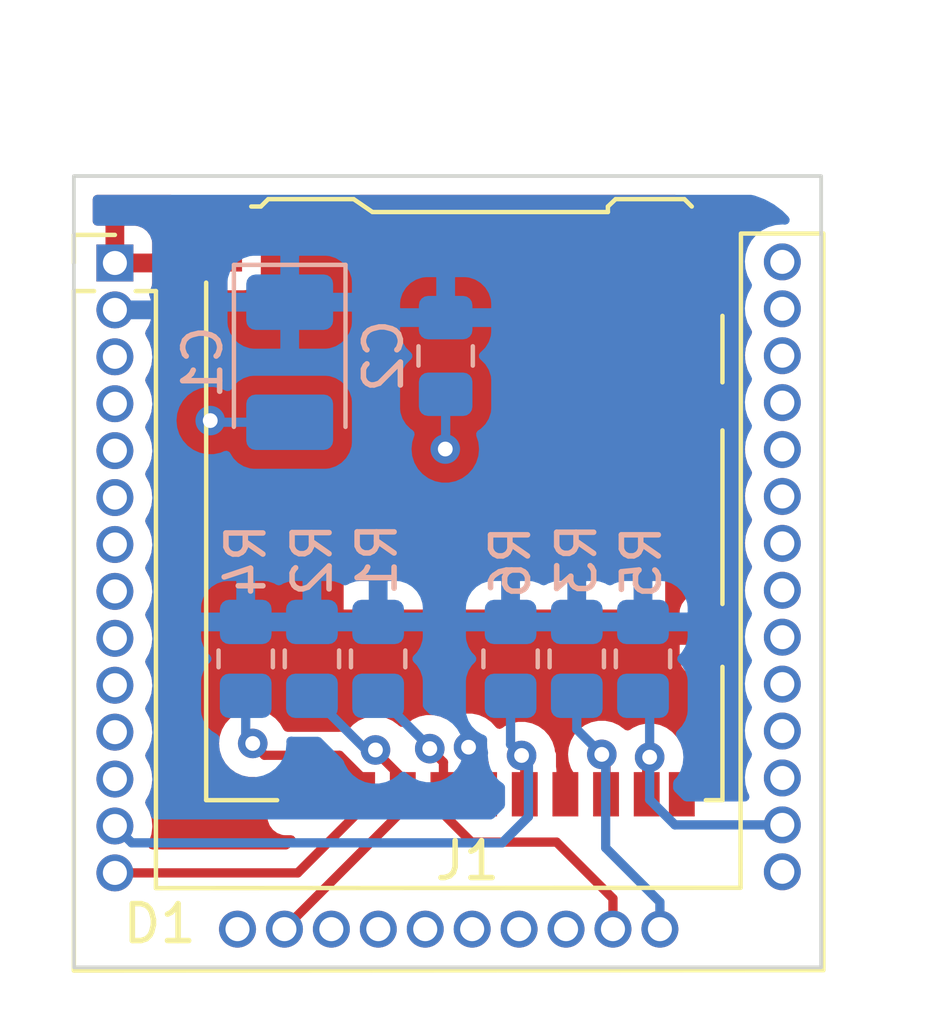
<source format=kicad_pcb>
(kicad_pcb (version 20211014) (generator pcbnew)
  (layers (0 "F.Cu" signal) (31 "B.Cu" signal) (34 "B.Paste" user) (35 "F.Paste" user) (36 "B.SilkS" user "B.Silkscreen") (37 "F.SilkS" user "F.Silkscreen") (38 "B.Mask" user) (39 "F.Mask" user) (44 "Edge.Cuts" user))
  (net 0 "")
  (net 1 "D2_GPIO_12")
  (net 2 "D3_GPIO_13")
  (net 3 "CMD_GPIO_15")
  (net 4 "CLK_GPIO_14")
  (net 5 "D0_GPIO_2")
  (net 6 "D1_GPIO_4")
  (net 10 "GND")
  (net 11 "+3.3V")
  (footprint "auris:adapter_esp32_for_sdcard" (layer "F.Cu") (at 111.38 71.50625)
    (fp_text reference "D1" (at -7.81 9.66375 180) (layer "F.SilkS"))
    (fp_text value "esp32_adapter")
    (fp_line (start -7.91 -7.4625) (end -7.91 8.7) (layer "F.SilkS") (width 0.12))
    (fp_line (start -10.13 -8.9825) (end -9.02 -8.9825) (layer "F.SilkS") (width 0.12))
    (fp_line (start -10.13 10.93) (end 10.15 10.92) (layer "F.SilkS") (width 0.12))
    (fp_line (start -10.13 -7.4625) (end -9.583471 -7.4625) (layer "F.SilkS") (width 0.12))
    (fp_line (start -8.456529 -7.4625) (end -7.91 -7.4625) (layer "F.SilkS") (width 0.12))
    (fp_line (start -10.13 -8.2225) (end -10.13 -8.9825) (layer "F.SilkS") (width 0.12))
    (fp_line (start -7.91 8.7) (end 7.91 8.69) (layer "F.SilkS") (width 0.12))
    (fp_line (start 10.15 -9) (end 10.15 10.92) (layer "F.SilkS") (width 0.12))
    (fp_line (start 7.92 -9) (end 7.91 8.69) (layer "F.SilkS") (width 0.12))
    (fp_line (start 10.15 -9.02) (end 7.92 -9.02) (layer "F.SilkS") (width 0.12))
    (fp_line (start -10.13 -7.4725) (end -10.13 10.93) (layer "F.SilkS") (width 0.12))
    (pad "1" thru_hole rect (at -9.02 -8.2225) (size 1 1) (drill 0.65) (layers *.Mask "F.Cu" "In1.Cu" "B.Cu") (net 10 "GND"))
    (pad "2" thru_hole oval (at -9.02 -6.9525) (size 1 1) (drill 0.65) (layers *.Mask "F.Cu" "In1.Cu" "B.Cu") (net 11 "+3.3V"))
    (pad "3" thru_hole oval (at -9.02 -5.6825) (size 1 1) (drill 0.65) (layers *.Mask "F.Cu" "In1.Cu" "B.Cu"))
    (pad "4" thru_hole oval (at -9.02 -4.4125) (size 1 1) (drill 0.65) (layers *.Mask "F.Cu" "In1.Cu" "B.Cu"))
    (pad "5" thru_hole oval (at -9.02 -3.1425) (size 1 1) (drill 0.65) (layers *.Mask "F.Cu" "In1.Cu" "B.Cu"))
    (pad "6" thru_hole oval (at -9.02 -1.8725) (size 1 1) (drill 0.65) (layers *.Mask "F.Cu" "In1.Cu" "B.Cu"))
    (pad "7" thru_hole oval (at -9.02 -0.6025) (size 1 1) (drill 0.65) (layers *.Mask "F.Cu" "In1.Cu" "B.Cu"))
    (pad "8" thru_hole oval (at -9.02 0.6675) (size 1 1) (drill 0.65) (layers *.Mask "F.Cu" "In1.Cu" "B.Cu"))
    (pad "9" thru_hole oval (at -9.02 1.9375) (size 1 1) (drill 0.65) (layers *.Mask "F.Cu" "In1.Cu" "B.Cu"))
    (pad "10" thru_hole oval (at -9.02 3.2075) (size 1 1) (drill 0.65) (layers *.Mask "F.Cu" "In1.Cu" "B.Cu"))
    (pad "11" thru_hole oval (at -9.02 4.4775) (size 1 1) (drill 0.65) (layers *.Mask "F.Cu" "In1.Cu" "B.Cu"))
    (pad "12" thru_hole oval (at -9.02 5.7475) (size 1 1) (drill 0.65) (layers *.Mask "F.Cu" "In1.Cu" "B.Cu"))
    (pad "13" thru_hole oval (at -9.02 7.0175) (size 1 1) (drill 0.65) (layers *.Mask "F.Cu" "In1.Cu" "B.Cu") (net 4 "CLK_GPIO_14"))
    (pad "14" thru_hole oval (at -9.02 8.2875) (size 1 1) (drill 0.65) (layers *.Mask "F.Cu" "In1.Cu" "B.Cu") (net 1 "D2_GPIO_12"))
    (pad "15" thru_hole oval (at -5.7025 9.81 90) (size 1 1) (drill 0.65) (layers *.Cu *.Mask))
    (pad "16" thru_hole oval (at -4.4325 9.81 90) (size 1 1) (drill 0.65) (layers *.Cu *.Mask) (net 2 "D3_GPIO_13"))
    (pad "17" thru_hole oval (at -3.1625 9.81 90) (size 1 1) (drill 0.65) (layers *.Cu *.Mask))
    (pad "18" thru_hole oval (at -1.8925 9.81 90) (size 1 1) (drill 0.65) (layers *.Cu *.Mask))
    (pad "19" thru_hole oval (at -0.6225 9.81 90) (size 1 1) (drill 0.65) (layers *.Cu *.Mask))
    (pad "20" thru_hole oval (at 0.6475 9.81 90) (size 1 1) (drill 0.65) (layers *.Cu *.Mask))
    (pad "21" thru_hole oval (at 1.9175 9.81 90) (size 1 1) (drill 0.65) (layers *.Cu *.Mask))
    (pad "22" thru_hole oval (at 3.1875 9.81 90) (size 1 1) (drill 0.65) (layers *.Cu *.Mask))
    (pad "23" thru_hole oval (at 4.4575 9.81 90) (size 1 1) (drill 0.65) (layers *.Cu *.Mask) (net 3 "CMD_GPIO_15"))
    (pad "24" thru_hole oval (at 5.7275 9.81 90) (size 1 1) (drill 0.65) (layers *.Cu *.Mask) (net 5 "D0_GPIO_2"))
    (pad "25" thru_hole oval (at 9.04 8.2575) (size 1 1) (drill 0.65) (layers *.Cu *.Mask))
    (pad "26" thru_hole oval (at 9.04 6.9875) (size 1 1) (drill 0.65) (layers *.Cu *.Mask) (net 6 "D1_GPIO_4"))
    (pad "27" thru_hole oval (at 9.04 5.7175) (size 1 1) (drill 0.65) (layers *.Cu *.Mask))
    (pad "28" thru_hole oval (at 9.04 4.4475) (size 1 1) (drill 0.65) (layers *.Cu *.Mask))
    (pad "29" thru_hole oval (at 9.04 3.1775) (size 1 1) (drill 0.65) (layers *.Cu *.Mask))
    (pad "30" thru_hole oval (at 9.04 1.9075) (size 1 1) (drill 0.65) (layers *.Cu *.Mask))
    (pad "31" thru_hole oval (at 9.04 0.6375) (size 1 1) (drill 0.65) (layers *.Cu *.Mask))
    (pad "32" thru_hole oval (at 9.04 -0.6325) (size 1 1) (drill 0.65) (layers *.Cu *.Mask))
    (pad "33" thru_hole oval (at 9.04 -1.9025) (size 1 1) (drill 0.65) (layers *.Cu *.Mask))
    (pad "34" thru_hole oval (at 9.04 -3.1725) (size 1 1) (drill 0.65) (layers *.Cu *.Mask))
    (pad "35" thru_hole oval (at 9.04 -4.4425) (size 1 1) (drill 0.65) (layers *.Cu *.Mask))
    (pad "36" thru_hole oval (at 9.04 -5.7125) (size 1 1) (drill 0.65) (layers *.Cu *.Mask))
    (pad "37" thru_hole oval (at 9.04 -6.9825) (size 1 1) (drill 0.65) (layers *.Cu *.Mask))
    (pad "38" thru_hole circle (at 9.04 -8.2525) (size 1 1) (drill 0.65) (layers *.Cu *.Mask))
  )
  (footprint "Connector_Card:microSD_HC_Hirose_DM3AT-SF-PEJM5" (layer "F.Cu") (at 111.824998 69.94 180)
    (fp_text reference "J1" (at -0.075 -9.525) (layer "F.SilkS"))
    (fp_text value "Micro_SD_Card_Det_Hirose_DM3AT")
    (fp_line (start -3.875 8.035) (end -3.875 8.185) (layer "F.SilkS") (width 0.12))
    (fp_line (start -3.875 8.035) (end 2.495 8.035) (layer "F.SilkS") (width 0.12))
    (fp_line (start -5.945 8.385) (end -4.085 8.385) (layer "F.SilkS") (width 0.12))
    (fp_line (start -4.085 8.385) (end -3.875 8.185) (layer "F.SilkS") (width 0.12))
    (fp_line (start -6.975 -7.885) (end -6.975 -4.275) (layer "F.SilkS") (width 0.12))
    (fp_line (start -6.975 3.425) (end -6.975 5.225) (layer "F.SilkS") (width 0.12))
    (fp_line (start -6.525 -7.885) (end -6.975 -7.885) (layer "F.SilkS") (width 0.12))
    (fp_line (start 5.515 8.185) (end 5.775 8.185) (layer "F.SilkS") (width 0.12))
    (fp_line (start 3.005 8.385) (end 2.495 8.035) (layer "F.SilkS") (width 0.12))
    (fp_line (start 5.315 8.385) (end 5.515 8.185) (layer "F.SilkS") (width 0.12))
    (fp_line (start -6.975 -2.575) (end -6.975 2.125) (layer "F.SilkS") (width 0.12))
    (fp_line (start 6.995 -7.885) (end 6.995 6.125) (layer "F.SilkS") (width 0.12))
    (fp_line (start 5.075 -7.885) (end 6.995 -7.885) (layer "F.SilkS") (width 0.12))
    (fp_line (start -5.945 8.385) (end -6.145 8.185) (layer "F.SilkS") (width 0.12))
    (fp_line (start 5.315 8.385) (end 3.005 8.385) (layer "F.SilkS") (width 0.12))
    (pad "1" smd rect (at 2.775 -7.725 180) (size 0.7 1.2) (layers "F.Cu" "F.Paste" "F.Mask") (net 1 "D2_GPIO_12"))
    (pad "2" smd rect (at 1.675 -7.725 180) (size 0.7 1.2) (layers "F.Cu" "F.Paste" "F.Mask") (net 2 "D3_GPIO_13"))
    (pad "3" smd rect (at 0.575 -7.725 180) (size 0.7 1.2) (layers "F.Cu" "F.Paste" "F.Mask") (net 3 "CMD_GPIO_15"))
    (pad "4" smd rect (at -0.525 -7.725 180) (size 0.7 1.2) (layers "F.Cu" "F.Paste" "F.Mask") (net 11 "+3.3V"))
    (pad "5" smd rect (at -1.625 -7.725 180) (size 0.7 1.2) (layers "F.Cu" "F.Paste" "F.Mask") (net 4 "CLK_GPIO_14"))
    (pad "6" smd rect (at -2.725 -7.725 180) (size 0.7 1.2) (layers "F.Cu" "F.Paste" "F.Mask") (net 10 "GND"))
    (pad "7" smd rect (at -3.825 -7.725 180) (size 0.7 1.2) (layers "F.Cu" "F.Paste" "F.Mask") (net 5 "D0_GPIO_2"))
    (pad "8" smd rect (at -4.925 -7.725 180) (size 0.7 1.2) (layers "F.Cu" "F.Paste" "F.Mask") (net 6 "D1_GPIO_4"))
    (pad "9" smd rect (at -5.875 -7.725 180) (size 0.7 1.2) (layers "F.Cu" "F.Paste" "F.Mask"))
    (pad "10" smd rect (at -6.825 2.775 180) (size 1 0.8) (layers "F.Cu" "F.Paste" "F.Mask"))
    (pad "11" smd rect (at 4.325 -7.725 180) (size 1 1.2) (layers "F.Cu" "F.Paste" "F.Mask") (net 10 "GND"))
    (pad "11" smd rect (at -6.825 -3.425 180) (size 1 1.2) (layers "F.Cu" "F.Paste" "F.Mask") (net 10 "GND"))
    (pad "11" smd rect (at -6.825 6.925 180) (size 1 2.8) (layers "F.Cu" "F.Paste" "F.Mask") (net 10 "GND"))
    (pad "11" smd rect (at 6.675 7.375 180) (size 1.3 1.9) (layers "F.Cu" "F.Paste" "F.Mask") (net 10 "GND"))
    (zone (net 0) (net_name "") (layer "F.Cu") (connect_pads (clearance 0)) (min_thickness 0.254)
      (keepout (tracks not_allowed) (vias not_allowed) (pads not_allowed) (copperpour not_allowed) (footprints not_allowed))
      (fill (thermal_gap 0.508) (thermal_bridge_width 0.508))
      (polygon (pts (xy 117.949998 71.365) (xy 117.249998 71.365) (xy 117.249998 63.765) (xy 117.949998 63.765)))
    )
    (zone (net 0) (net_name "") (layer "F.Cu") (connect_pads (clearance 0)) (min_thickness 0.254)
      (keepout (tracks not_allowed) (vias not_allowed) (pads not_allowed) (copperpour not_allowed) (footprints not_allowed))
      (fill (thermal_gap 0.508) (thermal_bridge_width 0.508))
      (polygon (pts (xy 118.299998 73.965) (xy 119.049998 73.965) (xy 119.049998 77.215) (xy 118.299998 77.215)))
    )
    (zone (net 0) (net_name "") (layer "F.Cu") (connect_pads (clearance 0)) (min_thickness 0.254)
      (keepout (tracks not_allowed) (vias not_allowed) (pads not_allowed) (copperpour not_allowed) (footprints not_allowed))
      (fill (thermal_gap 0.508) (thermal_bridge_width 0.508))
      (polygon (pts (xy 108.549998 71.065) (xy 117.249998 71.065) (xy 117.249998 72.665) (xy 108.549998 72.665)))
    )
    (zone (net 0) (net_name "") (layer "F.Cu") (connect_pads (clearance 0)) (min_thickness 0.254)
      (keepout (tracks not_allowed) (vias not_allowed) (pads not_allowed) (copperpour not_allowed) (footprints not_allowed))
      (fill (thermal_gap 0.508) (thermal_bridge_width 0.508))
      (polygon (pts (xy 108.899998 62.965) (xy 106.349998 62.965) (xy 106.349998 61.615) (xy 108.899998 61.615)))
    )
    (zone (net 0) (net_name "") (layer "F.Cu") (connect_pads (clearance 0)) (min_thickness 0.254)
      (keepout (tracks not_allowed) (vias not_allowed) (pads not_allowed) (copperpour not_allowed) (footprints not_allowed))
      (fill (thermal_gap 0.508) (thermal_bridge_width 0.508))
      (polygon (pts (xy 118.299998 69.165) (xy 119.049998 69.165) (xy 119.049998 72.765) (xy 118.299998 72.765)))
    )
  )
  (footprint "Resistor_SMD:R_0805_2012Metric_Pad1.20x1.40mm_HandSolder" (layer "B.Cu") (at 116.649996 74 90)
    (fp_text reference "R5" (at 2.62 -0.039996 90) (layer "B.SilkS") (effects (justify mirror)))
    (fp_text value "3.3k")
    (fp_line (start -0.227064 0.735) (end 0.227064 0.735) (layer "B.SilkS") (width 0.12))
    (fp_line (start -0.227064 -0.735) (end 0.227064 -0.735) (layer "B.SilkS") (width 0.12))
    (pad "1" smd roundrect (at -1 0 90) (size 1.2 1.4) (layers "B.Cu" "B.Paste" "B.Mask") (roundrect_rratio 0.2083333333) (net 6 "D1_GPIO_4"))
    (pad "2" smd roundrect (at 1 0 90) (size 1.2 1.4) (layers "B.Cu" "B.Paste" "B.Mask") (roundrect_rratio 0.2083333333) (net 11 "+3.3V"))
  )
  (footprint "Capacitor_SMD:C_0805_2012Metric_Pad1.18x1.45mm_HandSolder" (layer "B.Cu") (at 111.31 65.8 -90)
    (fp_text reference "C2" (at 0 1.68 90) (layer "B.SilkS") (effects (justify mirror)))
    (fp_text value "0.1uF")
    (fp_line (start -0.261252 -0.735) (end 0.261252 -0.735) (layer "B.SilkS") (width 0.12))
    (fp_line (start -0.261252 0.735) (end 0.261252 0.735) (layer "B.SilkS") (width 0.12))
    (pad "1" smd roundrect (at -1.0375 0 270) (size 1.175 1.45) (layers "B.Cu" "B.Paste" "B.Mask") (roundrect_rratio 0.2127659574) (net 11 "+3.3V"))
    (pad "2" smd roundrect (at 1.0375 0 270) (size 1.175 1.45) (layers "B.Cu" "B.Paste" "B.Mask") (roundrect_rratio 0.2127659574) (net 10 "GND"))
  )
  (footprint "Capacitor_Tantalum_SMD:CP_EIA-3528-12_Kemet-T_Pad1.50x2.35mm_HandSolder" (layer "B.Cu") (at 107.09 65.97 -90)
    (fp_text reference "C1" (at 0 2.35 90) (layer "B.SilkS") (effects (justify mirror)))
    (fp_text value "100uF 6.3v")
    (fp_line (start -2.635 -1.51) (end 1.75 -1.51) (layer "B.SilkS") (width 0.12))
    (fp_line (start 1.75 1.51) (end -2.635 1.51) (layer "B.SilkS") (width 0.12))
    (fp_line (start -2.635 1.51) (end -2.635 -1.51) (layer "B.SilkS") (width 0.12))
    (pad "1" smd roundrect (at -1.625 0 270) (size 1.5 2.35) (layers "B.Cu" "B.Paste" "B.Mask") (roundrect_rratio 0.1666673333) (net 11 "+3.3V"))
    (pad "2" smd roundrect (at 1.625 0 270) (size 1.5 2.35) (layers "B.Cu" "B.Paste" "B.Mask") (roundrect_rratio 0.1666673333) (net 10 "GND"))
  )
  (footprint "Resistor_SMD:R_0805_2012Metric_Pad1.20x1.40mm_HandSolder" (layer "B.Cu") (at 114.85833 74 90)
    (fp_text reference "R3" (at 2.69 0.00167 90) (layer "B.SilkS") (effects (justify mirror)))
    (fp_text value "3.3k")
    (fp_line (start -0.227064 -0.735) (end 0.227064 -0.735) (layer "B.SilkS") (width 0.12))
    (fp_line (start -0.227064 0.735) (end 0.227064 0.735) (layer "B.SilkS") (width 0.12))
    (pad "1" smd roundrect (at -1 0 90) (size 1.2 1.4) (layers "B.Cu" "B.Paste" "B.Mask") (roundrect_rratio 0.2083333333) (net 5 "D0_GPIO_2"))
    (pad "2" smd roundrect (at 1 0 90) (size 1.2 1.4) (layers "B.Cu" "B.Paste" "B.Mask") (roundrect_rratio 0.2083333333) (net 11 "+3.3V"))
  )
  (footprint "Resistor_SMD:R_0805_2012Metric_Pad1.20x1.40mm_HandSolder" (layer "B.Cu") (at 109.483332 74 90)
    (fp_text reference "R1" (at 2.7 -0.023332 90) (layer "B.SilkS") (effects (justify mirror)))
    (fp_text value "3.3k")
    (fp_line (start -0.227064 -0.735) (end 0.227064 -0.735) (layer "B.SilkS") (width 0.12))
    (fp_line (start -0.227064 0.735) (end 0.227064 0.735) (layer "B.SilkS") (width 0.12))
    (pad "1" smd roundrect (at -1 0 90) (size 1.2 1.4) (layers "B.Cu" "B.Paste" "B.Mask") (roundrect_rratio 0.2083333333) (net 3 "CMD_GPIO_15"))
    (pad "2" smd roundrect (at 1 0 90) (size 1.2 1.4) (layers "B.Cu" "B.Paste" "B.Mask") (roundrect_rratio 0.2083333333) (net 11 "+3.3V"))
  )
  (footprint "Resistor_SMD:R_0805_2012Metric_Pad1.20x1.40mm_HandSolder" (layer "B.Cu") (at 105.9 74 90)
    (fp_text reference "R4" (at 2.67 0.01 90) (layer "B.SilkS") (effects (justify mirror)))
    (fp_text value "3.3k")
    (fp_line (start -0.227064 0.735) (end 0.227064 0.735) (layer "B.SilkS") (width 0.12))
    (fp_line (start -0.227064 -0.735) (end 0.227064 -0.735) (layer "B.SilkS") (width 0.12))
    (pad "1" smd roundrect (at -1 0 90) (size 1.2 1.4) (layers "B.Cu" "B.Paste" "B.Mask") (roundrect_rratio 0.2083333333) (net 1 "D2_GPIO_12"))
    (pad "2" smd roundrect (at 1 0 90) (size 1.2 1.4) (layers "B.Cu" "B.Paste" "B.Mask") (roundrect_rratio 0.2083333333) (net 11 "+3.3V"))
  )
  (footprint "Resistor_SMD:R_0805_2012Metric_Pad1.20x1.40mm_HandSolder" (layer "B.Cu") (at 107.691666 74 90)
    (fp_text reference "R2" (at 2.68 0.008334 90) (layer "B.SilkS") (effects (justify mirror)))
    (fp_text value "3.3k")
    (fp_line (start -0.227064 -0.735) (end 0.227064 -0.735) (layer "B.SilkS") (width 0.12))
    (fp_line (start -0.227064 0.735) (end 0.227064 0.735) (layer "B.SilkS") (width 0.12))
    (pad "1" smd roundrect (at -1 0 90) (size 1.2 1.4) (layers "B.Cu" "B.Paste" "B.Mask") (roundrect_rratio 0.2083333333) (net 2 "D3_GPIO_13"))
    (pad "2" smd roundrect (at 1 0 90) (size 1.2 1.4) (layers "B.Cu" "B.Paste" "B.Mask") (roundrect_rratio 0.2083333333) (net 11 "+3.3V"))
  )
  (footprint "Resistor_SMD:R_0805_2012Metric_Pad1.20x1.40mm_HandSolder" (layer "B.Cu") (at 113.066664 74 90)
    (fp_text reference "R6" (at 2.62 0.003336 90) (layer "B.SilkS") (effects (justify mirror)))
    (fp_text value "3.3k")
    (fp_line (start -0.227064 -0.735) (end 0.227064 -0.735) (layer "B.SilkS") (width 0.12))
    (fp_line (start -0.227064 0.735) (end 0.227064 0.735) (layer "B.SilkS") (width 0.12))
    (pad "1" smd roundrect (at -1 0 90) (size 1.2 1.4) (layers "B.Cu" "B.Paste" "B.Mask") (roundrect_rratio 0.2083333333) (net 4 "CLK_GPIO_14"))
    (pad "2" smd roundrect (at 1 0 90) (size 1.2 1.4) (layers "B.Cu" "B.Paste" "B.Mask") (roundrect_rratio 0.2083333333) (net 11 "+3.3V"))
  )
  (gr_rect (start 101.25 60.93) (end 121.47 82.35) (layer "Edge.Cuts") (width 0.1) (fill none))
  (segment (start 109.049998 77.219998) (end 109.049998 77.665) (width 0.25) (layer "F.Cu") (net 1))
  (segment (start 107.30625 79.79375) (end 102.36 79.79375) (width 0.25) (layer "F.Cu") (net 1))
  (segment (start 108.44 76.61) (end 109.049998 77.219998) (width 0.25) (layer "F.Cu") (net 1))
  (segment (start 109.049998 78.050002) (end 107.30625 79.79375) (width 0.25) (layer "F.Cu") (net 1))
  (segment (start 106.09 76.29) (end 106.41 76.61) (width 0.25) (layer "F.Cu") (net 1))
  (segment (start 106.41 76.61) (end 108.44 76.61) (width 0.25) (layer "F.Cu") (net 1))
  (segment (start 109.049998 77.665) (end 109.049998 78.050002) (width 0.25) (layer "F.Cu") (net 1))
  (via (at 106.09 76.29) (size 0.8) (drill 0.4) (layers "F.Cu" "B.Cu") (net 1))
  (segment (start 105.9 75) (end 105.9 76.1) (width 0.25) (layer "B.Cu") (net 1))
  (segment (start 105.9 76.1) (end 106.09 76.29) (width 0.25) (layer "B.Cu") (net 1))
  (segment (start 109.410609 76.499391) (end 109.410609 76.465592) (width 0.25) (layer "F.Cu") (net 2))
  (segment (start 106.9475 81.3025) (end 110.149998 78.100002) (width 0.25) (layer "F.Cu") (net 2))
  (segment (start 110.149998 77.665) (end 110.149998 77.239998) (width 0.25) (layer "F.Cu") (net 2))
  (segment (start 109.41 76.5) (end 109.410609 76.499391) (width 0.25) (layer "F.Cu") (net 2))
  (segment (start 106.9475 81.31625) (end 106.9475 81.3025) (width 0.25) (layer "F.Cu") (net 2))
  (segment (start 110.149998 78.100002) (end 110.149998 77.665) (width 0.25) (layer "F.Cu") (net 2))
  (segment (start 110.149998 77.239998) (end 109.41 76.5) (width 0.25) (layer "F.Cu") (net 2))
  (via (at 109.410609 76.465592) (size 0.8) (drill 0.4) (layers "F.Cu" "B.Cu") (net 2))
  (segment (start 109.157258 76.465592) (end 107.691666 75) (width 0.25) (layer "B.Cu") (net 2))
  (segment (start 109.410609 76.465592) (end 109.157258 76.465592) (width 0.25) (layer "B.Cu") (net 2))
  (segment (start 111.249998 77.665) (end 111.249998 76.799998) (width 0.25) (layer "F.Cu") (net 3))
  (segment (start 112.03 78.98) (end 111.249998 78.199998) (width 0.25) (layer "F.Cu") (net 3))
  (segment (start 115.8375 81.31625) (end 115.8375 80.4875) (width 0.25) (layer "F.Cu") (net 3))
  (segment (start 114.31 78.96) (end 112.05 78.96) (width 0.25) (layer "F.Cu") (net 3))
  (segment (start 111.249998 76.799998) (end 110.88 76.43) (width 0.25) (layer "F.Cu") (net 3))
  (segment (start 112.05 78.96) (end 112.03 78.98) (width 0.25) (layer "F.Cu") (net 3))
  (segment (start 115.8375 80.4875) (end 114.31 78.96) (width 0.25) (layer "F.Cu") (net 3))
  (segment (start 111.249998 78.199998) (end 111.249998 77.665) (width 0.25) (layer "F.Cu") (net 3))
  (via (at 110.88 76.43) (size 0.8) (drill 0.4) (layers "F.Cu" "B.Cu") (net 3))
  (segment (start 110.88 76.43) (end 110.88 76.396668) (width 0.25) (layer "B.Cu") (net 3))
  (segment (start 110.88 76.396668) (end 109.483332 75) (width 0.25) (layer "B.Cu") (net 3))
  (segment (start 113.449998 76.699998) (end 113.365 76.615) (width 0.25) (layer "F.Cu") (net 4))
  (segment (start 113.449998 77.665) (end 113.449998 76.699998) (width 0.25) (layer "F.Cu") (net 4))
  (via (at 113.365 76.615) (size 0.8) (drill 0.4) (layers "F.Cu" "B.Cu") (net 4))
  (segment (start 113.066664 76.316664) (end 113.365 76.615) (width 0.25) (layer "B.Cu") (net 4))
  (segment (start 112.84 78.98) (end 102.81625 78.98) (width 0.25) (layer "B.Cu") (net 4))
  (segment (start 113.55 76.8) (end 113.55 78.27) (width 0.25) (layer "B.Cu") (net 4))
  (segment (start 102.81625 78.98) (end 102.36 78.52375) (width 0.25) (layer "B.Cu") (net 4))
  (segment (start 113.066664 75) (end 113.066664 76.316664) (width 0.25) (layer "B.Cu") (net 4))
  (segment (start 113.55 78.27) (end 112.84 78.98) (width 0.25) (layer "B.Cu") (net 4))
  (segment (start 113.365 76.615) (end 113.55 76.8) (width 0.25) (layer "B.Cu") (net 4))
  (segment (start 115.649998 76.699998) (end 115.535 76.585) (width 0.25) (layer "F.Cu") (net 5))
  (segment (start 115.649998 77.665) (end 115.649998 76.699998) (width 0.25) (layer "F.Cu") (net 5))
  (via (at 115.535 76.585) (size 0.8) (drill 0.4) (layers "F.Cu" "B.Cu") (net 5))
  (segment (start 115.535 76.585) (end 115.64 76.69) (width 0.25) (layer "B.Cu") (net 5))
  (segment (start 115.64 76.69) (end 115.64 79.115) (width 0.25) (layer "B.Cu") (net 5))
  (segment (start 115.64 79.115) (end 117.1075 80.5825) (width 0.25) (layer "B.Cu") (net 5))
  (segment (start 117.1075 80.5825) (end 117.1075 81.31625) (width 0.25) (layer "B.Cu") (net 5))
  (segment (start 114.85833 75.90833) (end 115.535 76.585) (width 0.25) (layer "B.Cu") (net 5))
  (segment (start 114.85833 75) (end 114.85833 75.90833) (width 0.25) (layer "B.Cu") (net 5))
  (segment (start 116.749998 76.740002) (end 116.83 76.66) (width 0.25) (layer "F.Cu") (net 6))
  (segment (start 116.749998 77.665) (end 116.749998 76.740002) (width 0.25) (layer "F.Cu") (net 6))
  (via (at 116.83 76.66) (size 0.8) (drill 0.4) (layers "F.Cu" "B.Cu") (net 6))
  (segment (start 116.83 75.180004) (end 116.649996 75) (width 0.25) (layer "B.Cu") (net 6))
  (segment (start 116.83 76.66) (end 116.83 75.180004) (width 0.25) (layer "B.Cu") (net 6))
  (segment (start 120.42 78.49375) (end 117.51375 78.49375) (width 0.25) (layer "B.Cu") (net 6))
  (segment (start 117.51375 78.49375) (end 116.83 77.81) (width 0.25) (layer "B.Cu") (net 6))
  (segment (start 116.83 77.81) (end 116.83 76.66) (width 0.25) (layer "B.Cu") (net 6))
  (via (at 111.3 68.32) (size 0.8) (drill 0.4) (layers "F.Cu" "B.Cu") (net 10))
  (via (at 104.94 67.55) (size 0.8) (drill 0.4) (layers "F.Cu" "B.Cu") (net 10))
  (segment (start 107.09 67.595) (end 104.985 67.595) (width 0.25) (layer "B.Cu") (net 10))
  (segment (start 111.31 68.31) (end 111.3 68.32) (width 0.25) (layer "B.Cu") (net 10))
  (segment (start 111.31 66.8375) (end 111.31 68.31) (width 0.25) (layer "B.Cu") (net 10))
  (segment (start 104.985 67.595) (end 104.94 67.55) (width 0.25) (layer "B.Cu") (net 10))
  (segment (start 112.349998 76.809998) (end 111.93 76.39) (width 0.25) (layer "F.Cu") (net 11))
  (segment (start 112.349998 77.665) (end 112.349998 76.809998) (width 0.25) (layer "F.Cu") (net 11))
  (via (at 111.93 76.39) (size 0.8) (drill 0.4) (layers "F.Cu" "B.Cu") (net 11))
  (zone (net 10) (net_name "GND") (layer "F.Cu") (connect_pads (clearance 0.508)) (min_thickness 0.254) (fill yes (thermal_gap 0.508) (thermal_bridge_width 0.508) (smoothing fillet) (radius 2))
    (polygon (pts (xy 121.11 61.38) (xy 121.1 82.02) (xy 101.67 81.99) (xy 101.56 61.37) (xy 101.56 61.36)))
  )
  (zone (net 11) (net_name "+3.3V") (layer "B.Cu") (connect_pads (clearance 0.508)) (min_thickness 0.254) (fill yes (thermal_gap 0.508) (thermal_bridge_width 0.508) (smoothing fillet) (radius 2))
    (polygon (pts (xy 121.11 61.38) (xy 121.1 82.02) (xy 101.67 81.99) (xy 101.56 61.37) (xy 101.56 61.36)))
  )
)
</source>
